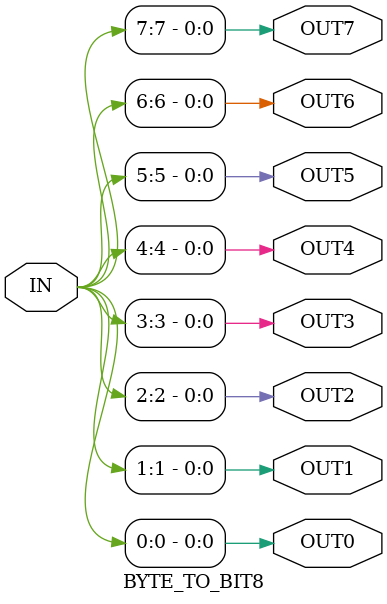
<source format=v>
module BIT8_TO_BYTE(
	input IN0,
	input IN1,
	input IN2,
	input IN3,
	input IN4,
	input IN5,
	input IN6,
	input IN7,
	output [7:0] OUT
	);
	//	
	assign OUT[0] = IN0;	
	assign OUT[1] = IN1;	
	assign OUT[2] = IN2;	
	assign OUT[3] = IN3;	
	assign OUT[4] = IN4;	
	assign OUT[5] = IN5;	
	assign OUT[6] = IN6;
	assign OUT[7] = IN7;
	//
endmodule
//
module BYTE_TO_BIT8(
	input [7:0] IN,
	output OUT0,
	output OUT1,
	output OUT2,
	output OUT3,
	output OUT4,
	output OUT5,
	output OUT6,
	output OUT7
	);
	//	
	assign OUT0 = IN[0];	
	assign OUT1 = IN[1];	
	assign OUT2 = IN[2];	
	assign OUT3 = IN[3];	
	assign OUT4 = IN[4];	
	assign OUT5 = IN[5];	
	assign OUT6 = IN[6];
	assign OUT7 = IN[7];
	//
endmodule
</source>
